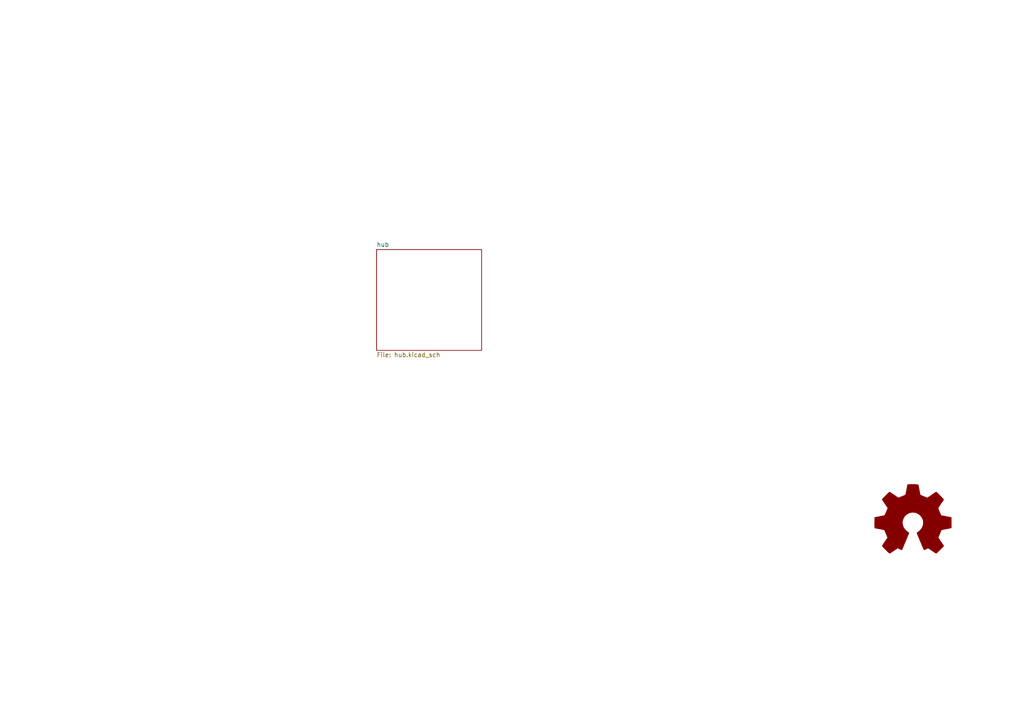
<source format=kicad_sch>
(kicad_sch (version 20211123) (generator eeschema)

  (uuid 29256b3d-9450-4c0a-a4d4-911f04b9c140)

  (paper "A4")

  (lib_symbols
    (symbol "Graphic:Logo_Open_Hardware_Large" (pin_names (offset 1.016)) (in_bom yes) (on_board yes)
      (property "Reference" "#LOGO" (id 0) (at 0 12.7 0)
        (effects (font (size 1.27 1.27)) hide)
      )
      (property "Value" "Logo_Open_Hardware_Large" (id 1) (at 0 -10.16 0)
        (effects (font (size 1.27 1.27)) hide)
      )
      (property "Footprint" "" (id 2) (at 0 0 0)
        (effects (font (size 1.27 1.27)) hide)
      )
      (property "Datasheet" "~" (id 3) (at 0 0 0)
        (effects (font (size 1.27 1.27)) hide)
      )
      (property "ki_keywords" "Logo" (id 4) (at 0 0 0)
        (effects (font (size 1.27 1.27)) hide)
      )
      (property "ki_description" "Open Hardware logo, large" (id 5) (at 0 0 0)
        (effects (font (size 1.27 1.27)) hide)
      )
      (symbol "Logo_Open_Hardware_Large_1_1"
        (polyline
          (pts
            (xy 6.731 -8.7122)
            (xy 6.6294 -8.6614)
            (xy 6.35 -8.4836)
            (xy 5.9944 -8.255)
            (xy 5.5372 -7.9502)
            (xy 5.1054 -7.6454)
            (xy 4.7498 -7.4168)
            (xy 4.4958 -7.239)
            (xy 4.3942 -7.1882)
            (xy 4.318 -7.2136)
            (xy 4.1148 -7.3152)
            (xy 3.81 -7.4676)
            (xy 3.6322 -7.5692)
            (xy 3.3528 -7.6708)
            (xy 3.2258 -7.6962)
            (xy 3.2004 -7.6708)
            (xy 3.0988 -7.4676)
            (xy 2.9464 -7.0866)
            (xy 2.7178 -6.604)
            (xy 2.4892 -6.0452)
            (xy 2.2352 -5.4356)
            (xy 1.9558 -4.826)
            (xy 1.7272 -4.2164)
            (xy 1.4986 -3.683)
            (xy 1.3208 -3.2512)
            (xy 1.2192 -2.9464)
            (xy 1.1684 -2.8194)
            (xy 1.1938 -2.794)
            (xy 1.3208 -2.667)
            (xy 1.5748 -2.4892)
            (xy 2.0828 -2.0574)
            (xy 2.6162 -1.397)
            (xy 2.921 -0.6604)
            (xy 3.048 0.1524)
            (xy 2.9464 0.9144)
            (xy 2.6416 1.6256)
            (xy 2.1336 2.286)
            (xy 1.524 2.7686)
            (xy 0.8128 3.0734)
            (xy 0 3.175)
            (xy -0.762 3.0988)
            (xy -1.4986 2.794)
            (xy -2.159 2.286)
            (xy -2.4384 1.9812)
            (xy -2.8194 1.3208)
            (xy -3.048 0.6096)
            (xy -3.0734 0.4318)
            (xy -3.0226 -0.3556)
            (xy -2.794 -1.0922)
            (xy -2.3876 -1.7526)
            (xy -1.8288 -2.3114)
            (xy -1.7526 -2.3622)
            (xy -1.4732 -2.5654)
            (xy -1.2954 -2.6924)
            (xy -1.1684 -2.8194)
            (xy -2.159 -5.207)
            (xy -2.3114 -5.588)
            (xy -2.5908 -6.2484)
            (xy -2.8194 -6.8072)
            (xy -3.0226 -7.2644)
            (xy -3.1496 -7.5692)
            (xy -3.2258 -7.6708)
            (xy -3.2258 -7.6962)
            (xy -3.302 -7.6962)
            (xy -3.4798 -7.6454)
            (xy -3.8354 -7.4676)
            (xy -4.0386 -7.366)
            (xy -4.2926 -7.239)
            (xy -4.4196 -7.1882)
            (xy -4.5212 -7.239)
            (xy -4.7498 -7.3914)
            (xy -5.1054 -7.6454)
            (xy -5.5372 -7.9248)
            (xy -5.9436 -8.2042)
            (xy -6.3246 -8.4582)
            (xy -6.604 -8.636)
            (xy -6.731 -8.7122)
            (xy -6.7564 -8.7122)
            (xy -6.858 -8.636)
            (xy -7.0866 -8.4582)
            (xy -7.4168 -8.1534)
            (xy -7.874 -7.6962)
            (xy -7.9502 -7.62)
            (xy -8.3312 -7.239)
            (xy -8.636 -6.9088)
            (xy -8.8392 -6.6802)
            (xy -8.9154 -6.5786)
            (xy -8.9154 -6.5786)
            (xy -8.8392 -6.4516)
            (xy -8.6614 -6.1722)
            (xy -8.4328 -5.7912)
            (xy -8.128 -5.3594)
            (xy -7.3152 -4.191)
            (xy -7.7724 -3.0988)
            (xy -7.8994 -2.7686)
            (xy -8.0772 -2.3622)
            (xy -8.2042 -2.0828)
            (xy -8.255 -1.9558)
            (xy -8.382 -1.905)
            (xy -8.6614 -1.8542)
            (xy -9.0932 -1.7526)
            (xy -9.6266 -1.651)
            (xy -10.1092 -1.5748)
            (xy -10.541 -1.4732)
            (xy -10.8712 -1.4224)
            (xy -11.0236 -1.397)
            (xy -11.049 -1.3716)
            (xy -11.0744 -1.2954)
            (xy -11.0998 -1.143)
            (xy -11.0998 -0.889)
            (xy -11.1252 -0.4572)
            (xy -11.1252 0.1524)
            (xy -11.1252 0.2286)
            (xy -11.0998 0.8128)
            (xy -11.0998 1.27)
            (xy -11.0744 1.5494)
            (xy -11.0744 1.6764)
            (xy -11.0744 1.6764)
            (xy -10.922 1.7018)
            (xy -10.6172 1.778)
            (xy -10.16 1.8542)
            (xy -9.652 1.9558)
            (xy -9.6012 1.9812)
            (xy -9.0932 2.0828)
            (xy -8.636 2.159)
            (xy -8.3312 2.2352)
            (xy -8.2042 2.286)
            (xy -8.1788 2.3114)
            (xy -8.0772 2.5146)
            (xy -7.9248 2.8448)
            (xy -7.747 3.2512)
            (xy -7.5692 3.6576)
            (xy -7.4168 4.0386)
            (xy -7.3152 4.318)
            (xy -7.2898 4.445)
            (xy -7.2898 4.445)
            (xy -7.366 4.572)
            (xy -7.5438 4.826)
            (xy -7.7978 5.207)
            (xy -8.128 5.6642)
            (xy -8.128 5.6896)
            (xy -8.4328 6.1468)
            (xy -8.6868 6.5278)
            (xy -8.8392 6.7818)
            (xy -8.9154 6.9088)
            (xy -8.9154 6.9088)
            (xy -8.8138 7.0358)
            (xy -8.5852 7.2898)
            (xy -8.255 7.6454)
            (xy -7.874 8.0264)
            (xy -7.747 8.1534)
            (xy -7.3152 8.5852)
            (xy -7.0104 8.8646)
            (xy -6.8326 8.9916)
            (xy -6.731 9.0424)
            (xy -6.731 9.0424)
            (xy -6.604 8.9408)
            (xy -6.3246 8.763)
            (xy -5.9436 8.509)
            (xy -5.4864 8.2042)
            (xy -5.461 8.1788)
            (xy -5.0038 7.874)
            (xy -4.6482 7.62)
            (xy -4.3688 7.4422)
            (xy -4.2672 7.3914)
            (xy -4.2418 7.3914)
            (xy -4.064 7.4422)
            (xy -3.7338 7.5438)
            (xy -3.3528 7.6962)
            (xy -2.9464 7.874)
            (xy -2.5654 8.0264)
            (xy -2.286 8.1534)
            (xy -2.159 8.2296)
            (xy -2.159 8.2296)
            (xy -2.1082 8.382)
            (xy -2.032 8.7122)
            (xy -1.9304 9.1694)
            (xy -1.8288 9.7282)
            (xy -1.8034 9.8044)
            (xy -1.7018 10.3378)
            (xy -1.6256 10.7696)
            (xy -1.5748 11.0744)
            (xy -1.524 11.2014)
            (xy -1.4478 11.2268)
            (xy -1.1938 11.2522)
            (xy -0.8128 11.2522)
            (xy -0.3302 11.2522)
            (xy 0.1524 11.2522)
            (xy 0.6604 11.2522)
            (xy 1.0668 11.2268)
            (xy 1.3716 11.2014)
            (xy 1.4986 11.176)
            (xy 1.4986 11.176)
            (xy 1.5494 11.0236)
            (xy 1.6256 10.6934)
            (xy 1.7018 10.2108)
            (xy 1.8288 9.6774)
            (xy 1.8288 9.5758)
            (xy 1.9304 9.0424)
            (xy 2.032 8.6106)
            (xy 2.0828 8.3058)
            (xy 2.1336 8.2042)
            (xy 2.159 8.1788)
            (xy 2.3876 8.0772)
            (xy 2.7432 7.9248)
            (xy 3.175 7.747)
            (xy 4.191 7.3406)
            (xy 5.461 8.2042)
            (xy 5.5626 8.2804)
            (xy 6.0198 8.5852)
            (xy 6.3754 8.8392)
            (xy 6.6294 8.9916)
            (xy 6.7564 9.0424)
            (xy 6.7564 9.0424)
            (xy 6.8834 8.9408)
            (xy 7.1374 8.7122)
            (xy 7.4676 8.382)
            (xy 7.8486 7.9756)
            (xy 8.1534 7.6962)
            (xy 8.4836 7.3406)
            (xy 8.7122 7.112)
            (xy 8.8392 6.9596)
            (xy 8.8646 6.858)
            (xy 8.8646 6.8072)
            (xy 8.7884 6.6802)
            (xy 8.6106 6.4008)
            (xy 8.3312 6.0198)
            (xy 8.0264 5.588)
            (xy 7.7978 5.207)
            (xy 7.5184 4.8006)
            (xy 7.3406 4.4958)
            (xy 7.2898 4.3434)
            (xy 7.2898 4.2926)
            (xy 7.3914 4.0386)
            (xy 7.5184 3.683)
            (xy 7.7216 3.2258)
            (xy 8.1534 2.2352)
            (xy 8.7884 2.1082)
            (xy 9.1948 2.0574)
            (xy 9.7536 1.9304)
            (xy 10.2616 1.8288)
            (xy 11.0998 1.6764)
            (xy 11.1252 -1.3208)
            (xy 10.9982 -1.3716)
            (xy 10.8712 -1.397)
            (xy 10.5664 -1.4732)
            (xy 10.1346 -1.5494)
            (xy 9.6266 -1.651)
            (xy 9.1948 -1.7272)
            (xy 8.7376 -1.8288)
            (xy 8.4328 -1.8796)
            (xy 8.2804 -1.905)
            (xy 8.255 -1.9558)
            (xy 8.1534 -2.159)
            (xy 7.9756 -2.5146)
            (xy 7.8232 -2.921)
            (xy 7.6454 -3.3274)
            (xy 7.493 -3.7338)
            (xy 7.366 -4.0132)
            (xy 7.3406 -4.191)
            (xy 7.3914 -4.2926)
            (xy 7.5692 -4.5466)
            (xy 7.7978 -4.9276)
            (xy 8.1026 -5.3594)
            (xy 8.4074 -5.7912)
            (xy 8.6614 -6.1722)
            (xy 8.8138 -6.4262)
            (xy 8.89 -6.5532)
            (xy 8.8646 -6.6548)
            (xy 8.6868 -6.858)
            (xy 8.3566 -7.1882)
            (xy 7.874 -7.6708)
            (xy 7.7978 -7.747)
            (xy 7.3914 -8.128)
            (xy 7.0612 -8.4328)
            (xy 6.8326 -8.636)
            (xy 6.731 -8.7122)
          )
          (stroke (width 0) (type default) (color 0 0 0 0))
          (fill (type outline))
        )
      )
    )
  )


  (symbol (lib_id "Graphic:Logo_Open_Hardware_Large") (at 264.795 151.765 0) (unit 1)
    (in_bom yes) (on_board yes)
    (uuid 00000000-0000-0000-0000-000060bd71e9)
    (property "Reference" "l1" (id 0) (at 264.795 139.065 0)
      (effects (font (size 1.27 1.27)) hide)
    )
    (property "Value" "Logo_Open_Hardware_Larg" (id 1) (at 264.795 161.925 0)
      (effects (font (size 1.27 1.27)) hide)
    )
    (property "Footprint" "Symbol:OSHW-Logo2_7.3x6mm_SilkScreen" (id 2) (at 264.795 151.765 0)
      (effects (font (size 1.27 1.27)) hide)
    )
    (property "Datasheet" "~" (id 3) (at 264.795 151.765 0)
      (effects (font (size 1.27 1.27)) hide)
    )
  )

  (sheet (at 109.22 72.39) (size 30.48 29.21) (fields_autoplaced)
    (stroke (width 0.1524) (type solid) (color 0 0 0 0))
    (fill (color 0 0 0 0.0000))
    (uuid 23345f3e-d08d-4834-b1dc-64de02569916)
    (property "Sheet name" "hub" (id 0) (at 109.22 71.6784 0)
      (effects (font (size 1.27 1.27)) (justify left bottom))
    )
    (property "Sheet file" "hub.kicad_sch" (id 1) (at 109.22 102.1846 0)
      (effects (font (size 1.27 1.27)) (justify left top))
    )
  )

  (sheet_instances
    (path "/" (page "1"))
    (path "/23345f3e-d08d-4834-b1dc-64de02569916" (page "2"))
  )

  (symbol_instances
    (path "/23345f3e-d08d-4834-b1dc-64de02569916/0dc2cd70-6de8-45e8-a340-01c8679e5b63"
      (reference "#PWR?") (unit 1) (value "GND") (footprint "")
    )
    (path "/23345f3e-d08d-4834-b1dc-64de02569916/12e3318b-d723-448e-80f4-0a2add1fb722"
      (reference "#PWR?") (unit 1) (value "GND") (footprint "")
    )
    (path "/23345f3e-d08d-4834-b1dc-64de02569916/3e308dc9-2a7e-453c-9c0d-ed6716a1e4ef"
      (reference "#PWR?") (unit 1) (value "GND") (footprint "")
    )
    (path "/23345f3e-d08d-4834-b1dc-64de02569916/3f0a593a-f5d6-4037-a904-84b77fcf44ec"
      (reference "#PWR?") (unit 1) (value "GND") (footprint "")
    )
    (path "/23345f3e-d08d-4834-b1dc-64de02569916/4c72f16d-8cd5-48da-94bc-78d9517b0075"
      (reference "#PWR?") (unit 1) (value "GND") (footprint "")
    )
    (path "/23345f3e-d08d-4834-b1dc-64de02569916/606bed62-2645-43b2-8746-701feb5d482c"
      (reference "#PWR?") (unit 1) (value "GND") (footprint "")
    )
    (path "/23345f3e-d08d-4834-b1dc-64de02569916/72538cdb-e0ad-4023-af9b-841dcb620a41"
      (reference "#PWR?") (unit 1) (value "GND") (footprint "")
    )
    (path "/23345f3e-d08d-4834-b1dc-64de02569916/729ec6c1-399d-419e-a69c-f6fb09d801a5"
      (reference "#PWR?") (unit 1) (value "GND") (footprint "")
    )
    (path "/23345f3e-d08d-4834-b1dc-64de02569916/7406101f-106a-45d1-912f-650a7ccfd0e7"
      (reference "#PWR?") (unit 1) (value "GND") (footprint "")
    )
    (path "/23345f3e-d08d-4834-b1dc-64de02569916/7fd42837-f5c5-4745-aa29-c722e6e8c542"
      (reference "#PWR?") (unit 1) (value "GND") (footprint "")
    )
    (path "/23345f3e-d08d-4834-b1dc-64de02569916/8781291e-cbb2-406c-8d33-4c9ef34481d5"
      (reference "#PWR?") (unit 1) (value "GND") (footprint "")
    )
    (path "/23345f3e-d08d-4834-b1dc-64de02569916/8c1aa883-be0a-4c66-94de-9db387d409d3"
      (reference "#PWR?") (unit 1) (value "GND") (footprint "")
    )
    (path "/23345f3e-d08d-4834-b1dc-64de02569916/9a1ee4ae-e660-49f2-995b-2f9e786a47d2"
      (reference "#PWR?") (unit 1) (value "GND") (footprint "")
    )
    (path "/23345f3e-d08d-4834-b1dc-64de02569916/a383ae1e-3ba1-4761-8163-d95206e1b33b"
      (reference "#PWR?") (unit 1) (value "GND") (footprint "")
    )
    (path "/23345f3e-d08d-4834-b1dc-64de02569916/b8c3b962-07e0-448f-b262-3034538a3e93"
      (reference "#PWR?") (unit 1) (value "GND") (footprint "")
    )
    (path "/23345f3e-d08d-4834-b1dc-64de02569916/bc8836f4-9951-4b33-96ef-07d16eafd9ac"
      (reference "#PWR?") (unit 1) (value "GND") (footprint "")
    )
    (path "/23345f3e-d08d-4834-b1dc-64de02569916/c4416a0d-4e3c-4c32-a29d-3eba7ddf3012"
      (reference "#PWR?") (unit 1) (value "GND") (footprint "")
    )
    (path "/23345f3e-d08d-4834-b1dc-64de02569916/f50dd647-c734-445d-8b14-8c68d6377091"
      (reference "#PWR?") (unit 1) (value "GND") (footprint "")
    )
    (path "/23345f3e-d08d-4834-b1dc-64de02569916/1949e7c9-6123-4a49-85e5-c886919fc2f5"
      (reference "C?") (unit 1) (value "10u") (footprint "Capacitor_SMD:C_0805_2012Metric")
    )
    (path "/23345f3e-d08d-4834-b1dc-64de02569916/376ca56a-29ee-4f83-81b0-a39eae9d6ea3"
      (reference "C?") (unit 1) (value "10u") (footprint "Capacitor_SMD:C_0805_2012Metric")
    )
    (path "/23345f3e-d08d-4834-b1dc-64de02569916/3c1baf09-a0fa-4d5b-9e19-dad36989c504"
      (reference "C?") (unit 1) (value "27pF") (footprint "Capacitor_SMD:C_0402_1005Metric")
    )
    (path "/23345f3e-d08d-4834-b1dc-64de02569916/49c37692-773a-4783-950a-c26c3d94c603"
      (reference "C?") (unit 1) (value "10u") (footprint "Capacitor_SMD:C_0805_2012Metric")
    )
    (path "/23345f3e-d08d-4834-b1dc-64de02569916/55e93042-6fff-4546-87ec-edb8203e9985"
      (reference "C?") (unit 1) (value "10u") (footprint "Capacitor_SMD:C_0805_2012Metric")
    )
    (path "/23345f3e-d08d-4834-b1dc-64de02569916/59b21f1a-4908-44f3-b1d8-8559abe21d1e"
      (reference "C?") (unit 1) (value "100n") (footprint "Capacitor_SMD:C_0402_1005Metric")
    )
    (path "/23345f3e-d08d-4834-b1dc-64de02569916/64131ccf-1d90-4b59-a3de-335452800ea3"
      (reference "C?") (unit 1) (value "10u") (footprint "Capacitor_SMD:C_0805_2012Metric")
    )
    (path "/23345f3e-d08d-4834-b1dc-64de02569916/66a63530-21d0-4c46-9871-3b13e24c24f3"
      (reference "C?") (unit 1) (value "27pF") (footprint "Capacitor_SMD:C_0402_1005Metric")
    )
    (path "/23345f3e-d08d-4834-b1dc-64de02569916/817cea77-3614-46eb-ac46-8f839c322ae1"
      (reference "C?") (unit 1) (value "10u") (footprint "Capacitor_SMD:C_0805_2012Metric")
    )
    (path "/23345f3e-d08d-4834-b1dc-64de02569916/91c13ed2-1035-4e8a-b348-26e573bcfce9"
      (reference "C?") (unit 1) (value "100n") (footprint "Capacitor_SMD:C_0402_1005Metric")
    )
    (path "/23345f3e-d08d-4834-b1dc-64de02569916/925356e8-9fe3-4fca-8329-eba967a76629"
      (reference "C?") (unit 1) (value "100uF") (footprint "Capacitor_Tantalum_SMD:CP_EIA-7343-31_Kemet-D")
    )
    (path "/23345f3e-d08d-4834-b1dc-64de02569916/9c8e37e8-5fb2-4bbf-bf72-b7b396f9cb47"
      (reference "C?") (unit 1) (value "100n") (footprint "Capacitor_SMD:C_0402_1005Metric")
    )
    (path "/23345f3e-d08d-4834-b1dc-64de02569916/b0e002dd-b1fa-41a7-b5d3-8a6b1ac4a333"
      (reference "C?") (unit 1) (value "100n") (footprint "Capacitor_SMD:C_0402_1005Metric")
    )
    (path "/23345f3e-d08d-4834-b1dc-64de02569916/c2edc526-248a-4311-bf42-385de82f20d7"
      (reference "C?") (unit 1) (value "10u") (footprint "Capacitor_SMD:C_0805_2012Metric")
    )
    (path "/23345f3e-d08d-4834-b1dc-64de02569916/d477b005-312c-49d6-9daa-9d09f8b1b229"
      (reference "C?") (unit 1) (value "100n") (footprint "Capacitor_SMD:C_0402_1005Metric")
    )
    (path "/23345f3e-d08d-4834-b1dc-64de02569916/ffb2a04f-519f-4d64-837d-926b42c94e96"
      (reference "C?") (unit 1) (value "100n") (footprint "Capacitor_SMD:C_0402_1005Metric")
    )
    (path "/23345f3e-d08d-4834-b1dc-64de02569916/0392df2f-b1af-48ff-aa24-2cc5cb8498b9"
      (reference "R?") (unit 1) (value "36K 1%") (footprint "Resistor_SMD:R_0402_1005Metric")
    )
    (path "/23345f3e-d08d-4834-b1dc-64de02569916/271396f2-2847-47d1-bb55-41a773d0e0d6"
      (reference "R?") (unit 1) (value "36K 1%") (footprint "Resistor_SMD:R_0402_1005Metric")
    )
    (path "/23345f3e-d08d-4834-b1dc-64de02569916/34f66f22-45b2-4607-96e4-1850e941d14c"
      (reference "R?") (unit 1) (value "12K 1%") (footprint "Resistor_SMD:R_0402_1005Metric")
    )
    (path "/23345f3e-d08d-4834-b1dc-64de02569916/4e5c0499-4917-48e7-9f4d-c201cc63ee81"
      (reference "R?") (unit 1) (value "2.2K 1%") (footprint "Resistor_SMD:R_0402_1005Metric")
    )
    (path "/23345f3e-d08d-4834-b1dc-64de02569916/7f704135-5782-421c-aa14-3367e8023e6d"
      (reference "R?") (unit 1) (value "36K 1%") (footprint "Resistor_SMD:R_0402_1005Metric")
    )
    (path "/23345f3e-d08d-4834-b1dc-64de02569916/8356d232-ef50-40f0-a742-8beed5a9bc27"
      (reference "R?") (unit 1) (value "15K 1%") (footprint "Resistor_SMD:R_0402_1005Metric")
    )
    (path "/23345f3e-d08d-4834-b1dc-64de02569916/e33b88e6-21b7-46e6-ba61-2812267872a7"
      (reference "R?") (unit 1) (value "36K 1%") (footprint "Resistor_SMD:R_0402_1005Metric")
    )
    (path "/23345f3e-d08d-4834-b1dc-64de02569916/3fe57f75-cef2-49bf-8f39-08e2d5e470a6"
      (reference "U?") (unit 1) (value "AP22653W6") (footprint "Package_TO_SOT_SMD:SOT-23-6")
    )
    (path "/23345f3e-d08d-4834-b1dc-64de02569916/c909aa0c-2fd9-4d9c-a4ea-3fb1adec5ed8"
      (reference "U?") (unit 1) (value "TPD4EUSB30") (footprint "Package_SON:USON-10_2.5x1.0mm_P0.5mm")
    )
    (path "/23345f3e-d08d-4834-b1dc-64de02569916/f5879ab2-b938-41a3-ab1b-ec5c0551f7a8"
      (reference "U?") (unit 1) (value "USB2514B-I/M2") (footprint "Package_DFN_QFN:QFN-36-1EP_6x6mm_P0.5mm_EP3.7x3.7mm")
    )
    (path "/23345f3e-d08d-4834-b1dc-64de02569916/997cb231-50c8-4d21-8ed8-7374ef99c345"
      (reference "Y?") (unit 1) (value "24MHz") (footprint "Crystal:Crystal_SMD_HC49-SD")
    )
    (path "/00000000-0000-0000-0000-000060bd71e9"
      (reference "l1") (unit 1) (value "Logo_Open_Hardware_Larg") (footprint "Symbol:OSHW-Logo2_7.3x6mm_SilkScreen")
    )
  )
)

</source>
